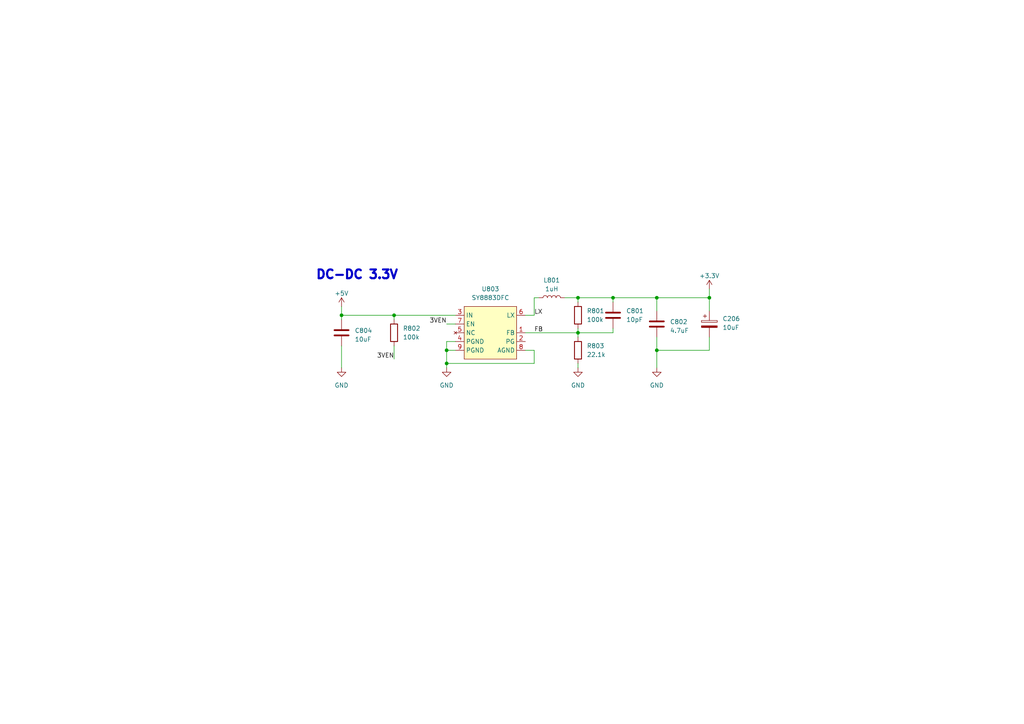
<source format=kicad_sch>
(kicad_sch (version 20230121) (generator eeschema)
  (paper "A4")
  (lib_symbols
    (symbol "Device:C" (pin_numbers hide) (pin_names (offset 0.254))
      (property "Reference" "C" (at 0.635 2.54 0))
      (property "Value" "C" (at 0.635 -2.54 0))
      (symbol "C_0_1"
        (polyline (pts (xy -2.032 -0.762) (xy 2.032 -0.762)) (stroke (width 0.508)))
        (polyline (pts (xy -2.032 0.762) (xy 2.032 0.762)) (stroke (width 0.508)))
      )
      (symbol "C_1_1"
        (pin passive line (at 0 3.81 270) (length 2.794) (name "~") (number "1"))
        (pin passive line (at 0 -3.81 90) (length 2.794) (name "~") (number "2"))
      )
    )
    (symbol "Device:C_Polarized" (pin_numbers hide) (pin_names (offset 0.254))
      (property "Reference" "C" (at 0.635 2.54 0))
      (property "Value" "C_Polarized" (at 0.635 -2.54 0))
      (symbol "C_Polarized_0_1"
        (rectangle (start -2.286 0.508) (end 2.286 1.016))
        (polyline (pts (xy -1.778 2.286) (xy -0.762 2.286)))
        (polyline (pts (xy -1.27 2.794) (xy -1.27 1.778)))
        (rectangle (start 2.286 -0.508) (end -2.286 -1.016) (fill (type outline)))
      )
      (symbol "C_Polarized_1_1"
        (pin passive line (at 0 3.81 270) (length 2.794) (name "~") (number "1"))
        (pin passive line (at 0 -3.81 90) (length 2.794) (name "~") (number "2"))
      )
    )
    (symbol "Device:L" (pin_numbers hide) (pin_names (offset 1.016) hide)
      (property "Reference" "L" (at -1.27 0 90))
      (property "Value" "L" (at 1.905 0 90))
      (symbol "L_0_1"
        (arc (start 0 -2.54) (mid 0.6323 -1.905) (end 0 -1.27))
        (arc (start 0 -1.27) (mid 0.6323 -0.635) (end 0 0))
        (arc (start 0 0) (mid 0.6323 0.635) (end 0 1.27))
        (arc (start 0 1.27) (mid 0.6323 1.905) (end 0 2.54))
      )
      (symbol "L_1_1"
        (pin passive line (at 0 3.81 270) (length 1.27) (name "1") (number "1"))
        (pin passive line (at 0 -3.81 90) (length 1.27) (name "2") (number "2"))
      )
    )
    (symbol "Device:R" (pin_numbers hide) (pin_names (offset 0))
      (property "Reference" "R" (at 2.032 0 90))
      (property "Value" "R" (at 0 0 90))
      (symbol "R_0_1"
        (rectangle (start -1.016 -2.54) (end 1.016 2.54) (stroke (width 0.254)))
      )
      (symbol "R_1_1"
        (pin passive line (at 0 3.81 270) (length 1.27) (name "~") (number "1"))
        (pin passive line (at 0 -3.81 90) (length 1.27) (name "~") (number "2"))
      )
    )
    (symbol "GND_1" (power) (pin_names (offset 0))
      (property "Value" "GND_1" (at 0 -3.81 0))
      (symbol "GND_1_0_1"
        (polyline (pts (xy 0 0) (xy 0 -1.27) (xy 1.27 -1.27) (xy 0 -2.54) (xy -1.27 -1.27) (xy 0 -1.27)))
      )
      (symbol "GND_1_1_1"
        (pin power_in line (at 0 0 270) (length 0) hide (name "GND") (number "1"))
      )
    )
    (symbol "GND_2" (power) (pin_names (offset 0))
      (property "Value" "GND_2" (at 0 -3.81 0))
      (symbol "GND_2_0_1"
        (polyline (pts (xy 0 0) (xy 0 -1.27) (xy 1.27 -1.27) (xy 0 -2.54) (xy -1.27 -1.27) (xy 0 -1.27)))
      )
      (symbol "GND_2_1_1"
        (pin power_in line (at 0 0 270) (length 0) hide (name "GND") (number "1"))
      )
    )
    (symbol "MyLibrary:SY8883DFC"
      (property "Reference" "U" (at 0 11.43 0))
      (property "Value" "SY8883DFC" (at 0 8.89 0))
      (symbol "SY8883DFC_0_0"
        (pin input line (at 10.16 0 180) (length 2.54) (name "FB") (number "1"))
        (pin open_emitter line (at 10.16 -2.54 180) (length 2.54) (name "PG") (number "2"))
        (pin power_in line (at -10.16 5.08 0) (length 2.54) (name "IN") (number "3"))
        (pin power_in line (at -10.16 -2.54 0) (length 2.54) (name "PGND") (number "4"))
        (pin no_connect line (at -10.16 0 0) (length 2.54) (name "NC") (number "5"))
        (pin power_out line (at 10.16 5.08 180) (length 2.54) (name "LX") (number "6"))
        (pin input line (at -10.16 2.54 0) (length 2.54) (name "EN") (number "7"))
        (pin power_in line (at 10.16 -5.08 180) (length 2.54) (name "AGND") (number "8"))
        (pin power_in line (at -10.16 -5.08 0) (length 2.54) (name "PGND") (number "9"))
      )
      (symbol "SY8883DFC_0_1"
        (rectangle (start -7.62 7.62) (end 7.62 -7.62) (fill (type background)))
      )
    )
    (symbol "power:+3.3V" (power) (pin_names (offset 0))
      (property "Value" "+3.3V" (at 0 3.556 0))
      (symbol "+3.3V_0_1"
        (polyline (pts (xy -0.762 1.27) (xy 0 2.54)))
        (polyline (pts (xy 0 0) (xy 0 2.54)))
        (polyline (pts (xy 0 2.54) (xy 0.762 1.27)))
      )
      (symbol "+3.3V_1_1"
        (pin power_in line (at 0 0 90) (length 0) hide (name "+3.3V") (number "1"))
      )
    )
    (symbol "power:+5V" (power) (pin_names (offset 0))
      (property "Value" "+5V" (at 0 3.556 0))
      (symbol "+5V_0_1"
        (polyline (pts (xy -0.762 1.27) (xy 0 2.54)))
        (polyline (pts (xy 0 0) (xy 0 2.54)))
        (polyline (pts (xy 0 2.54) (xy 0.762 1.27)))
      )
      (symbol "+5V_1_1"
        (pin power_in line (at 0 0 90) (length 0) hide (name "+5V") (number "1"))
      )
    )
  )
  (junction (at 205.74 86.36))
  (junction (at 177.8 86.36))
  (junction (at 167.64 86.36))
  (junction (at 129.54 105.41))
  (junction (at 190.5 101.6))
  (junction (at 114.3 91.44))
  (junction (at 190.5 86.36))
  (junction (at 99.06 91.44))
  (junction (at 167.64 96.52))
  (junction (at 129.54 101.6))
  (wire (pts (xy 205.74 90.17) (xy 205.74 86.36)))
  (wire (pts (xy 154.94 91.44) (xy 154.94 86.36)))
  (wire (pts (xy 177.8 95.25) (xy 177.8 96.52)))
  (wire (pts (xy 154.94 105.41) (xy 129.54 105.41)))
  (wire (pts (xy 205.74 97.79) (xy 205.74 101.6)))
  (wire (pts (xy 129.54 99.06) (xy 129.54 101.6)))
  (wire (pts (xy 132.08 99.06) (xy 129.54 99.06)))
  (wire (pts (xy 167.64 86.36) (xy 167.64 87.63)))
  (wire (pts (xy 190.5 86.36) (xy 177.8 86.36)))
  (wire (pts (xy 129.54 93.98) (xy 132.08 93.98)))
  (wire (pts (xy 163.83 86.36) (xy 167.64 86.36)))
  (wire (pts (xy 205.74 83.82) (xy 205.74 86.36)))
  (wire (pts (xy 167.64 96.52) (xy 167.64 97.79)))
  (wire (pts (xy 114.3 92.71) (xy 114.3 91.44)))
  (wire (pts (xy 129.54 101.6) (xy 129.54 105.41)))
  (wire (pts (xy 167.64 105.41) (xy 167.64 106.68)))
  (wire (pts (xy 177.8 86.36) (xy 167.64 86.36)))
  (wire (pts (xy 177.8 96.52) (xy 167.64 96.52)))
  (wire (pts (xy 190.5 101.6) (xy 205.74 101.6)))
  (wire (pts (xy 154.94 86.36) (xy 156.21 86.36)))
  (wire (pts (xy 177.8 87.63) (xy 177.8 86.36)))
  (wire (pts (xy 114.3 100.33) (xy 114.3 104.14)))
  (wire (pts (xy 99.06 91.44) (xy 99.06 92.71)))
  (wire (pts (xy 190.5 90.17) (xy 190.5 86.36)))
  (wire (pts (xy 190.5 86.36) (xy 205.74 86.36)))
  (wire (pts (xy 167.64 95.25) (xy 167.64 96.52)))
  (wire (pts (xy 114.3 91.44) (xy 132.08 91.44)))
  (wire (pts (xy 190.5 97.79) (xy 190.5 101.6)))
  (wire (pts (xy 152.4 96.52) (xy 167.64 96.52)))
  (wire (pts (xy 132.08 101.6) (xy 129.54 101.6)))
  (wire (pts (xy 190.5 101.6) (xy 190.5 106.68)))
  (wire (pts (xy 99.06 100.33) (xy 99.06 106.68)))
  (wire (pts (xy 99.06 91.44) (xy 114.3 91.44)))
  (wire (pts (xy 154.94 101.6) (xy 154.94 105.41)))
  (wire (pts (xy 152.4 91.44) (xy 154.94 91.44)))
  (wire (pts (xy 129.54 105.41) (xy 129.54 106.68)))
  (wire (pts (xy 99.06 88.9) (xy 99.06 91.44)))
  (wire (pts (xy 152.4 101.6) (xy 154.94 101.6)))
  (text "DC-DC 3.3V" (at 91.44 81.28 0) (effects (font (size 2.54 2.54) (thickness 0.6) bold) (justify left bottom)))
  (label "FB" (at 154.94 96.52 0) (property "Intersheetrefs" "${INTERSHEET_REFS}" (effects hide)))
  (label "3VEN" (at 129.54 93.98 180) (property "Intersheetrefs" "${INTERSHEET_REFS}" (effects hide)))
  (label "LX" (at 154.94 91.44 0))
  (label "3VEN" (at 114.3 104.14 180) (property "Intersheetrefs" "${INTERSHEET_REFS}" (effects hide)))
  (symbol (lib_id "Device:R") (at 114.3 96.52 0) (unit 1)
    (property "Reference" "R802" (at 116.84 95.2499 0) (effects (justify left)))
    (property "Value" "100k" (at 116.84 97.7899 0) (effects (justify left)))
    (property "Footprint" "Resistor_SMD:R_0402_1005Metric" (effects hide))
    (instances (project "Quad_RAK3172_Board" (path "" (reference "R802") (unit 1)) (path "" (reference "R201") (unit 1))) (project "pico-swd-programmer" (path "" (reference "R305") (unit 1))) (project "LCD-1.9in-GUI" (path "" (reference "R302") (unit 1))) (project "STM32-USB-Audio-Board" (path "" (reference "R310") (unit 1)) (path "" (reference "R802") (unit 1))) (project "RAK3172-M.2-2230-Mod" (path "" (reference "R403") (unit 1))))
  )
  (symbol (lib_id "Device:C_Polarized") (at 205.74 93.98 0) (unit 1)
    (property "Reference" "C206" (at 209.55 92.456 0) (effects (justify left)))
    (property "Value" "10uF" (at 209.55 94.996 0) (effects (justify left)))
    (property "Footprint" "Capacitor_Tantalum_SMD:CP_EIA-3528-21_Kemet-B" (effects hide))
    (instances (project "Quad_RAK3172_Board" (path "" (reference "C206") (unit 1))) (project "LCD-1.9in-GUI" (path "" (reference "C303") (unit 1))) (project "STM32-USB-Audio-Board" (path "" (reference "C309") (unit 1)) (path "" (reference "C803") (unit 1))))
  )
  (symbol (lib_id "MyLibrary:SY8883DFC") (at 142.24 96.52 0) (unit 1)
    (property "Reference" "U803" (at 142.24 83.82 0))
    (property "Value" "SY8883DFC" (at 142.24 86.36 0))
    (property "Footprint" "Package_DFN_QFN:DFN-8-1EP_2x2mm_P0.5mm_EP0.9x1.6mm" (effects hide))
    (instances (project "Quad_RAK3172_Board" (path "" (reference "U803") (unit 1)) (path "" (reference "U201") (unit 1))) (project "pico-swd-programmer" (path "" (reference "U302") (unit 1))) (project "LCD-1.9in-GUI" (path "" (reference "U301") (unit 1))) (project "STM32-USB-Audio-Board" (path "" (reference "U303") (unit 1)) (path "" (reference "U801") (unit 1))) (project "RAK3172-M.2-2230-Mod" (path "" (reference "U401") (unit 1))))
  )
  (symbol (lib_id "power:+5V") (at 99.06 88.9 0) (unit 1)
    (property "Reference" "#PWR0302" (effects hide))
    (property "Value" "+5V" (at 99.06 85.09 0))
    (instances (project "LCD-1.9in-GUI" (path "" (reference "#PWR0302") (unit 1))) (project "STM32-USB-Audio-Board" (path "" (reference "#PWR0802") (unit 1))))
  )
  (symbol (lib_id "Device:L") (at 160.02 86.36 90) (unit 1)
    (property "Reference" "L801" (at 160.02 81.28 90))
    (property "Value" "1uH" (at 160.02 83.82 90))
    (property "Footprint" "Inductor_SMD:L_Sunlord_SWPA4020S" (effects hide))
    (instances (project "Quad_RAK3172_Board" (path "" (reference "L801") (unit 1)) (path "" (reference "L202") (unit 1))) (project "pico-swd-programmer" (path "" (reference "L301") (unit 1))) (project "LCD-1.9in-GUI" (path "" (reference "L301") (unit 1))) (project "STM32-USB-Audio-Board" (path "" (reference "L303") (unit 1)) (path "" (reference "L801") (unit 1))) (project "RAK3172-M.2-2230-Mod" (path "" (reference "L401") (unit 1))))
  )
  (symbol (lib_name "GND_1") (lib_id "power:GND") (at 129.54 106.68 0) (unit 1)
    (property "Reference" "#PWR0803" (effects hide))
    (property "Value" "GND" (at 129.54 111.76 0))
    (instances (project "Quad_RAK3172_Board" (path "" (reference "#PWR0803") (unit 1)) (path "" (reference "#PWR0204") (unit 1))) (project "pico-swd-programmer" (path "" (reference "#PWR0307") (unit 1))) (project "LCD-1.9in-GUI" (path "" (reference "#PWR0304") (unit 1))) (project "STM32-USB-Audio-Board" (path "" (reference "#PWR0317") (unit 1)) (path "" (reference "#PWR0804") (unit 1))) (project "RAK3172-M.2-2230-Mod" (path "" (reference "#PWR0404") (unit 1))))
  )
  (symbol (lib_id "power:+3.3V") (at 205.74 83.82 0) (unit 1)
    (property "Reference" "#PWR0214" (effects hide))
    (property "Value" "+3.3V" (at 205.74 80.01 0))
    (instances (project "Quad_RAK3172_Board" (path "" (reference "#PWR0214") (unit 1))) (project "LCD-1.9in-GUI" (path "" (reference "#PWR0301") (unit 1))) (project "STM32-USB-Audio-Board" (path "" (reference "#PWR0314") (unit 1)) (path "" (reference "#PWR0801") (unit 1))))
  )
  (symbol (lib_id "Device:C") (at 177.8 91.44 0) (unit 1)
    (property "Reference" "C801" (at 181.61 90.1699 0) (effects (justify left)))
    (property "Value" "10pF" (at 181.61 92.7099 0) (effects (justify left)))
    (property "Footprint" "Capacitor_SMD:C_0402_1005Metric" (effects hide))
    (instances (project "Quad_RAK3172_Board" (path "" (reference "C801") (unit 1)) (path "" (reference "C204") (unit 1))) (project "pico-swd-programmer" (path "" (reference "C301") (unit 1))) (project "LCD-1.9in-GUI" (path "" (reference "C301") (unit 1))) (project "STM32-USB-Audio-Board" (path "" (reference "C307") (unit 1)) (path "" (reference "C801") (unit 1))) (project "RAK3172-M.2-2230-Mod" (path "" (reference "C401") (unit 1))))
  )
  (symbol (lib_id "Device:C") (at 99.06 96.52 0) (unit 1)
    (property "Reference" "C804" (at 102.87 95.885 0) (effects (justify left)))
    (property "Value" "10uF" (at 102.87 98.425 0) (effects (justify left)))
    (property "Footprint" "Capacitor_SMD:C_0603_1608Metric" (effects hide))
    (instances (project "Quad_RAK3172_Board" (path "" (reference "C804") (unit 1)) (path "" (reference "C201") (unit 1))) (project "pico-swd-programmer" (path "" (reference "C303") (unit 1))) (project "LCD-1.9in-GUI" (path "" (reference "C304") (unit 1))) (project "STM32-USB-Audio-Board" (path "" (reference "C310") (unit 1)) (path "" (reference "C804") (unit 1))) (project "RAK3172-M.2-2230-Mod" (path "" (reference "C403") (unit 1))))
  )
  (symbol (lib_id "Device:C") (at 190.5 93.98 0) (unit 1)
    (property "Reference" "C802" (at 194.31 93.345 0) (effects (justify left)))
    (property "Value" "4.7uF" (at 194.31 95.885 0) (effects (justify left)))
    (property "Footprint" "Capacitor_SMD:C_0603_1608Metric" (effects hide))
    (instances (project "Quad_RAK3172_Board" (path "" (reference "C802") (unit 1)) (path "" (reference "C205") (unit 1))) (project "pico-swd-programmer" (path "" (reference "C302") (unit 1))) (project "LCD-1.9in-GUI" (path "" (reference "C302") (unit 1))) (project "STM32-USB-Audio-Board" (path "" (reference "C308") (unit 1)) (path "" (reference "C802") (unit 1))) (project "RAK3172-M.2-2230-Mod" (path "" (reference "C402") (unit 1))))
  )
  (symbol (lib_id "Device:R") (at 167.64 91.44 0) (unit 1)
    (property "Reference" "R801" (at 170.18 90.1699 0) (effects (justify left)))
    (property "Value" "100k" (at 170.18 92.7099 0) (effects (justify left)))
    (property "Footprint" "Resistor_SMD:R_0402_1005Metric" (effects hide))
    (instances (project "Quad_RAK3172_Board" (path "" (reference "R801") (unit 1)) (path "" (reference "R204") (unit 1))) (project "pico-swd-programmer" (path "" (reference "R303") (unit 1))) (project "LCD-1.9in-GUI" (path "" (reference "R301") (unit 1))) (project "STM32-USB-Audio-Board" (path "" (reference "R309") (unit 1)) (path "" (reference "R801") (unit 1))) (project "RAK3172-M.2-2230-Mod" (path "" (reference "R401") (unit 1))))
  )
  (symbol (lib_id "Device:R") (at 167.64 101.6 0) (unit 1)
    (property "Reference" "R803" (at 170.18 100.33 0) (effects (justify left)))
    (property "Value" "22.1k" (at 170.18 102.87 0) (effects (justify left)))
    (property "Footprint" "Resistor_SMD:R_0402_1005Metric" (effects hide))
    (instances (project "Quad_RAK3172_Board" (path "" (reference "R803") (unit 1)) (path "" (reference "R205") (unit 1))) (project "pico-swd-programmer" (path "" (reference "R306") (unit 1))) (project "LCD-1.9in-GUI" (path "" (reference "R303") (unit 1))) (project "STM32-USB-Audio-Board" (path "" (reference "R311") (unit 1)) (path "" (reference "R803") (unit 1))) (project "RAK3172-M.2-2230-Mod" (path "" (reference "R404") (unit 1))))
  )
  (symbol (lib_name "GND_2") (lib_id "power:GND") (at 167.64 106.68 0) (unit 1)
    (property "Reference" "#PWR0804" (effects hide))
    (property "Value" "GND" (at 167.64 111.76 0))
    (instances (project "Quad_RAK3172_Board" (path "" (reference "#PWR0804") (unit 1)) (path "" (reference "#PWR0208") (unit 1))) (project "pico-swd-programmer" (path "" (reference "#PWR0308") (unit 1))) (project "LCD-1.9in-GUI" (path "" (reference "#PWR0305") (unit 1))) (project "STM32-USB-Audio-Board" (path "" (reference "#PWR0318") (unit 1)) (path "" (reference "#PWR0805") (unit 1))) (project "RAK3172-M.2-2230-Mod" (path "" (reference "#PWR0405") (unit 1))))
  )
  (symbol (lib_name "GND_1") (lib_id "power:GND") (at 99.06 106.68 0) (unit 1)
    (property "Reference" "#PWR0802" (effects hide))
    (property "Value" "GND" (at 99.06 111.76 0))
    (instances (project "Quad_RAK3172_Board" (path "" (reference "#PWR0802") (unit 1)) (path "" (reference "#PWR0202") (unit 1))) (project "pico-swd-programmer" (path "" (reference "#PWR0306") (unit 1))) (project "LCD-1.9in-GUI" (path "" (reference "#PWR0303") (unit 1))) (project "STM32-USB-Audio-Board" (path "" (reference "#PWR0316") (unit 1)) (path "" (reference "#PWR0803") (unit 1))) (project "RAK3172-M.2-2230-Mod" (path "" (reference "#PWR0403") (unit 1))))
  )
  (symbol (lib_name "GND_2") (lib_id "power:GND") (at 190.5 106.68 0) (unit 1)
    (property "Reference" "#PWR0805" (effects hide))
    (property "Value" "GND" (at 190.5 111.76 0))
    (instances (project "Quad_RAK3172_Board" (path "" (reference "#PWR0805") (unit 1)) (path "" (reference "#PWR0212") (unit 1))) (project "pico-swd-programmer" (path "" (reference "#PWR0309") (unit 1))) (project "LCD-1.9in-GUI" (path "" (reference "#PWR0306") (unit 1))) (project "STM32-USB-Audio-Board" (path "" (reference "#PWR0319") (unit 1)) (path "" (reference "#PWR0806") (unit 1))) (project "RAK3172-M.2-2230-Mod" (path "" (reference "#PWR0406") (unit 1))))
  )
)
</source>
